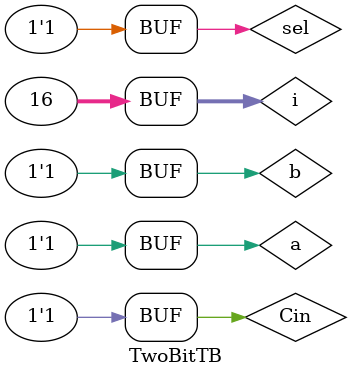
<source format=v>
`timescale 1ns / 1ps
module TwoBitTB(
    );
	 
	 reg a, b, sel, Cin;
	 wire Sum, Cout;
	 
	 FullAdder adder0(Sum, Cout, a, (b ^ sel), Cin);
	 
	 integer i;
	 
	 initial 
		begin
		
		for (i = 0; i < 16; i = i + 1) begin
            {a, b, sel, Cin} = i;
            #60;
		end
		
	 end


endmodule

</source>
